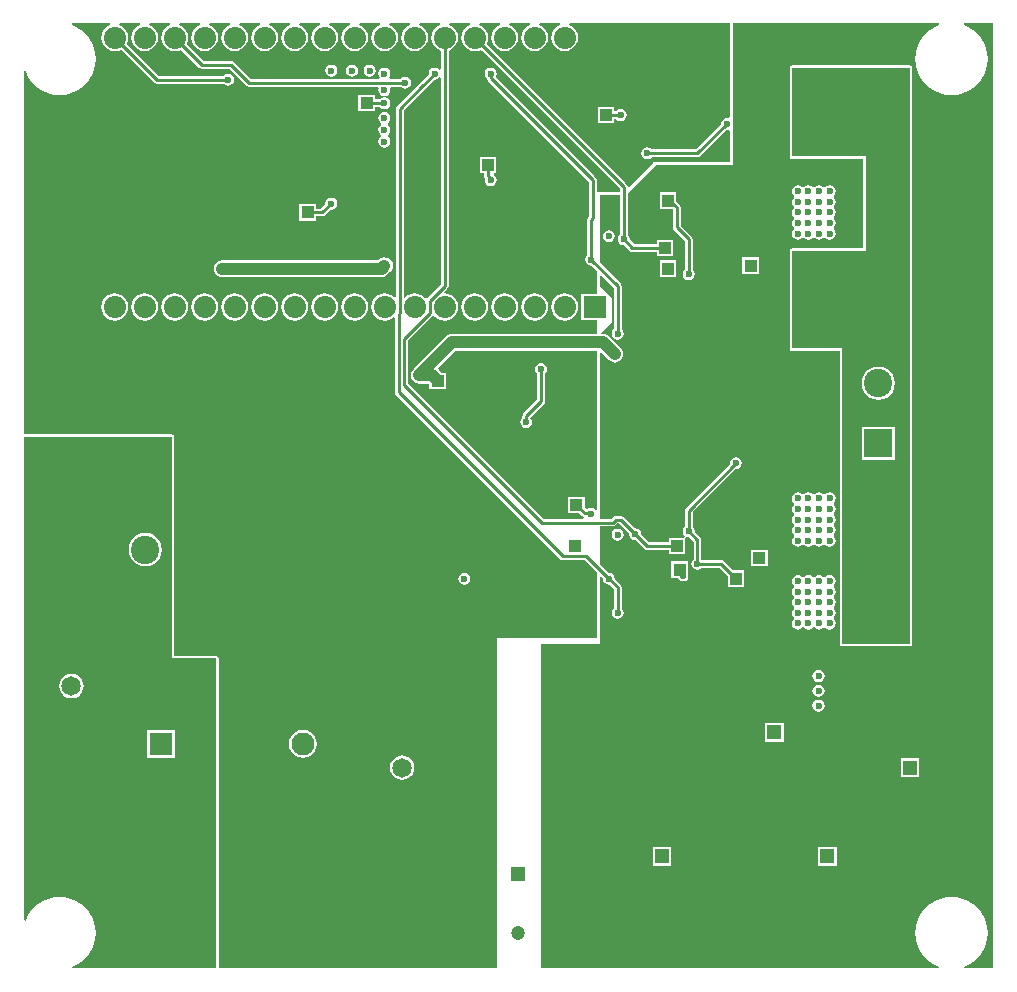
<source format=gbl>
G04*
G04 #@! TF.GenerationSoftware,Altium Limited,Altium Designer,20.1.12 (249)*
G04*
G04 Layer_Physical_Order=4*
G04 Layer_Color=16711680*
%FSLAX44Y44*%
%MOMM*%
G71*
G04*
G04 #@! TF.SameCoordinates,85B36F8B-E135-4E31-A215-2F58F684B550*
G04*
G04*
G04 #@! TF.FilePolarity,Positive*
G04*
G01*
G75*
%ADD95C,0.2540*%
%ADD97C,1.0000*%
%ADD99C,1.8750*%
%ADD100R,1.8750X1.8750*%
%ADD101R,2.4000X2.4000*%
%ADD102C,2.4000*%
%ADD103R,1.2000X1.2000*%
%ADD104C,1.2000*%
G04:AMPARAMS|DCode=105|XSize=1.4mm|YSize=1.4mm|CornerRadius=0.35mm|HoleSize=0mm|Usage=FLASHONLY|Rotation=0.000|XOffset=0mm|YOffset=0mm|HoleType=Round|Shape=RoundedRectangle|*
%AMROUNDEDRECTD105*
21,1,1.4000,0.7000,0,0,0.0*
21,1,0.7000,1.4000,0,0,0.0*
1,1,0.7000,0.3500,-0.3500*
1,1,0.7000,-0.3500,-0.3500*
1,1,0.7000,-0.3500,0.3500*
1,1,0.7000,0.3500,0.3500*
%
%ADD105ROUNDEDRECTD105*%
%ADD106C,1.4000*%
%ADD107R,1.9500X1.9500*%
%ADD108C,1.9500*%
%ADD109C,1.6500*%
%ADD110R,1.2000X1.2000*%
%ADD111C,0.6000*%
%ADD112C,1.0000*%
%ADD123R,1.0000X1.0000*%
%ADD124R,1.0000X1.0000*%
G36*
X597500Y720754D02*
X596230Y719853D01*
X595000Y720098D01*
X593049Y719710D01*
X591395Y718605D01*
X590290Y716951D01*
X589902Y715000D01*
X589966Y714681D01*
X568619Y693334D01*
X531286D01*
X531105Y693605D01*
X529451Y694710D01*
X527500Y695098D01*
X525549Y694710D01*
X523895Y693605D01*
X522790Y691951D01*
X522402Y690000D01*
X522790Y688049D01*
X523895Y686395D01*
X525549Y685290D01*
X527500Y684902D01*
X529451Y685290D01*
X531105Y686395D01*
X531286Y686666D01*
X570000D01*
X571276Y686920D01*
X572357Y687643D01*
X594681Y709966D01*
X595000Y709902D01*
X596230Y710147D01*
X597500Y709246D01*
Y682500D01*
X532500D01*
Y681900D01*
X512006Y661406D01*
X511301Y661698D01*
X510812Y662008D01*
X510579Y663177D01*
X509856Y664259D01*
X391487Y782628D01*
X392482Y785031D01*
X392873Y788000D01*
X392482Y790969D01*
X391336Y793737D01*
X389513Y796113D01*
X387137Y797936D01*
X385220Y798730D01*
X385472Y800000D01*
X402728D01*
X402980Y798730D01*
X401063Y797936D01*
X398687Y796113D01*
X396864Y793737D01*
X395718Y790969D01*
X395327Y788000D01*
X395718Y785031D01*
X396864Y782263D01*
X398687Y779887D01*
X401063Y778064D01*
X403830Y776918D01*
X406800Y776527D01*
X409770Y776918D01*
X412537Y778064D01*
X414913Y779887D01*
X416736Y782263D01*
X417882Y785031D01*
X418273Y788000D01*
X417882Y790969D01*
X416736Y793737D01*
X414913Y796113D01*
X412537Y797936D01*
X410620Y798730D01*
X410872Y800000D01*
X428128D01*
X428380Y798730D01*
X426463Y797936D01*
X424087Y796113D01*
X422264Y793737D01*
X421118Y790969D01*
X420727Y788000D01*
X421118Y785031D01*
X422264Y782263D01*
X424087Y779887D01*
X426463Y778064D01*
X429230Y776918D01*
X432200Y776527D01*
X435169Y776918D01*
X437937Y778064D01*
X440313Y779887D01*
X442136Y782263D01*
X443282Y785031D01*
X443673Y788000D01*
X443282Y790969D01*
X442136Y793737D01*
X440313Y796113D01*
X437937Y797936D01*
X436020Y798730D01*
X436272Y800000D01*
X453528D01*
X453780Y798730D01*
X451863Y797936D01*
X449487Y796113D01*
X447664Y793737D01*
X446518Y790969D01*
X446127Y788000D01*
X446518Y785031D01*
X447664Y782263D01*
X449487Y779887D01*
X451863Y778064D01*
X454631Y776918D01*
X457600Y776527D01*
X460569Y776918D01*
X463337Y778064D01*
X465713Y779887D01*
X467536Y782263D01*
X468682Y785031D01*
X469073Y788000D01*
X468682Y790969D01*
X467536Y793737D01*
X465713Y796113D01*
X463337Y797936D01*
X461420Y798730D01*
X461672Y800000D01*
X597500D01*
Y720754D01*
D02*
G37*
G36*
X352180Y798730D02*
X350263Y797936D01*
X347887Y796113D01*
X346064Y793737D01*
X344918Y790969D01*
X344527Y788000D01*
X344918Y785031D01*
X346064Y782263D01*
X347887Y779887D01*
X350263Y778064D01*
X352666Y777069D01*
Y761054D01*
X351396Y760669D01*
X351105Y761105D01*
X349451Y762210D01*
X347500Y762598D01*
X345549Y762210D01*
X343895Y761105D01*
X342790Y759451D01*
X342402Y757500D01*
X342466Y757181D01*
X334726Y749441D01*
X334726Y749441D01*
X315487Y730202D01*
X314765Y729121D01*
X314511Y727845D01*
Y568520D01*
X313710Y568248D01*
X313241Y568168D01*
X310937Y569936D01*
X308169Y571082D01*
X305200Y571473D01*
X302230Y571082D01*
X299463Y569936D01*
X297087Y568113D01*
X295264Y565737D01*
X294118Y562970D01*
X293727Y560000D01*
X294118Y557030D01*
X295264Y554263D01*
X297087Y551887D01*
X299463Y550064D01*
X302230Y548918D01*
X305200Y548527D01*
X308169Y548918D01*
X310937Y550064D01*
X312586Y551330D01*
X313856Y550703D01*
Y487810D01*
X314110Y486534D01*
X314832Y485452D01*
X453413Y346872D01*
X454494Y346150D01*
X455770Y345896D01*
X474389D01*
X485000Y335285D01*
Y280000D01*
X400000D01*
Y0D01*
X164539D01*
Y262500D01*
X164384Y263280D01*
X163942Y263942D01*
X163280Y264384D01*
X162500Y264539D01*
X127039D01*
Y450000D01*
X126884Y450780D01*
X126442Y451442D01*
X125780Y451884D01*
X125000Y452039D01*
X0D01*
Y759407D01*
X1270Y759660D01*
X2740Y756111D01*
X5249Y752017D01*
X8367Y748367D01*
X12017Y745249D01*
X16111Y742740D01*
X20546Y740903D01*
X25214Y739782D01*
X30000Y739406D01*
X34786Y739782D01*
X39454Y740903D01*
X43889Y742740D01*
X47983Y745249D01*
X51633Y748367D01*
X54751Y752017D01*
X57260Y756111D01*
X59097Y760546D01*
X60218Y765214D01*
X60594Y770000D01*
X60218Y774786D01*
X59097Y779454D01*
X57260Y783889D01*
X54751Y787983D01*
X51633Y791633D01*
X47983Y794751D01*
X43889Y797260D01*
X40340Y798730D01*
X40593Y800000D01*
X72528D01*
X72780Y798730D01*
X70863Y797936D01*
X68487Y796113D01*
X66664Y793737D01*
X65518Y790969D01*
X65127Y788000D01*
X65518Y785031D01*
X66664Y782263D01*
X68487Y779887D01*
X70863Y778064D01*
X73630Y776918D01*
X76600Y776527D01*
X79570Y776918D01*
X81972Y777913D01*
X109742Y750142D01*
X110824Y749420D01*
X112100Y749166D01*
X168714D01*
X168895Y748895D01*
X170549Y747790D01*
X172500Y747402D01*
X174451Y747790D01*
X176105Y748895D01*
X177210Y750549D01*
X177598Y752500D01*
X177210Y754451D01*
X176105Y756105D01*
X174451Y757210D01*
X172500Y757598D01*
X170549Y757210D01*
X168895Y756105D01*
X168714Y755834D01*
X113481D01*
X86687Y782628D01*
X87682Y785031D01*
X88073Y788000D01*
X87682Y790969D01*
X86536Y793737D01*
X84713Y796113D01*
X82337Y797936D01*
X80420Y798730D01*
X80672Y800000D01*
X97928D01*
X98180Y798730D01*
X96263Y797936D01*
X93887Y796113D01*
X92064Y793737D01*
X90918Y790969D01*
X90527Y788000D01*
X90918Y785031D01*
X92064Y782263D01*
X93887Y779887D01*
X96263Y778064D01*
X99031Y776918D01*
X102000Y776527D01*
X104970Y776918D01*
X107737Y778064D01*
X110113Y779887D01*
X111936Y782263D01*
X113082Y785031D01*
X113473Y788000D01*
X113082Y790969D01*
X111936Y793737D01*
X110113Y796113D01*
X107737Y797936D01*
X105820Y798730D01*
X106072Y800000D01*
X123328D01*
X123580Y798730D01*
X121663Y797936D01*
X119287Y796113D01*
X117464Y793737D01*
X116318Y790969D01*
X115927Y788000D01*
X116318Y785031D01*
X117464Y782263D01*
X119287Y779887D01*
X121663Y778064D01*
X124431Y776918D01*
X127400Y776527D01*
X130370Y776918D01*
X132772Y777913D01*
X148042Y762643D01*
X149124Y761920D01*
X150400Y761666D01*
X173619D01*
X187673Y747612D01*
X188754Y746890D01*
X190030Y746636D01*
X299537D01*
X300233Y745366D01*
X299902Y743700D01*
X300290Y741749D01*
X301395Y740095D01*
X303049Y738990D01*
X304269Y738747D01*
Y737452D01*
X303049Y737210D01*
X301395Y736105D01*
X301214Y735834D01*
X297000D01*
Y739500D01*
X283000D01*
Y725500D01*
X297000D01*
Y729166D01*
X301214D01*
X301395Y728895D01*
X303049Y727790D01*
X305000Y727402D01*
X306951Y727790D01*
X308605Y728895D01*
X309710Y730549D01*
X310098Y732500D01*
X309710Y734451D01*
X308605Y736105D01*
X306951Y737210D01*
X305731Y737452D01*
Y738747D01*
X306951Y738990D01*
X308605Y740095D01*
X309710Y741749D01*
X310098Y743700D01*
X309767Y745366D01*
X310463Y746636D01*
X318714D01*
X318895Y746365D01*
X320549Y745260D01*
X322500Y744872D01*
X324451Y745260D01*
X326105Y746365D01*
X327210Y748019D01*
X327598Y749970D01*
X327210Y751921D01*
X326105Y753575D01*
X324451Y754680D01*
X322500Y755068D01*
X320549Y754680D01*
X318895Y753575D01*
X318714Y753304D01*
X309737D01*
X309058Y754574D01*
X309710Y755549D01*
X310098Y757500D01*
X309710Y759451D01*
X308605Y761105D01*
X306951Y762210D01*
X305000Y762598D01*
X303049Y762210D01*
X301395Y761105D01*
X300290Y759451D01*
X299902Y757500D01*
X300290Y755549D01*
X300942Y754574D01*
X300263Y753304D01*
X191411D01*
X177358Y767357D01*
X176276Y768080D01*
X175000Y768334D01*
X151781D01*
X137487Y782628D01*
X138482Y785031D01*
X138873Y788000D01*
X138482Y790969D01*
X137336Y793737D01*
X135513Y796113D01*
X133137Y797936D01*
X131220Y798730D01*
X131472Y800000D01*
X148728D01*
X148980Y798730D01*
X147063Y797936D01*
X144687Y796113D01*
X142864Y793737D01*
X141718Y790969D01*
X141327Y788000D01*
X141718Y785031D01*
X142864Y782263D01*
X144687Y779887D01*
X147063Y778064D01*
X149831Y776918D01*
X152800Y776527D01*
X155770Y776918D01*
X158537Y778064D01*
X160913Y779887D01*
X162736Y782263D01*
X163882Y785031D01*
X164273Y788000D01*
X163882Y790969D01*
X162736Y793737D01*
X160913Y796113D01*
X158537Y797936D01*
X156620Y798730D01*
X156872Y800000D01*
X174128D01*
X174380Y798730D01*
X172463Y797936D01*
X170087Y796113D01*
X168264Y793737D01*
X167118Y790969D01*
X166727Y788000D01*
X167118Y785031D01*
X168264Y782263D01*
X170087Y779887D01*
X172463Y778064D01*
X175231Y776918D01*
X178200Y776527D01*
X181169Y776918D01*
X183937Y778064D01*
X186313Y779887D01*
X188136Y782263D01*
X189282Y785031D01*
X189673Y788000D01*
X189282Y790969D01*
X188136Y793737D01*
X186313Y796113D01*
X183937Y797936D01*
X182020Y798730D01*
X182272Y800000D01*
X199528D01*
X199780Y798730D01*
X197863Y797936D01*
X195487Y796113D01*
X193664Y793737D01*
X192518Y790969D01*
X192127Y788000D01*
X192518Y785031D01*
X193664Y782263D01*
X195487Y779887D01*
X197863Y778064D01*
X200630Y776918D01*
X203600Y776527D01*
X206569Y776918D01*
X209337Y778064D01*
X211713Y779887D01*
X213536Y782263D01*
X214682Y785031D01*
X215073Y788000D01*
X214682Y790969D01*
X213536Y793737D01*
X211713Y796113D01*
X209337Y797936D01*
X207420Y798730D01*
X207672Y800000D01*
X224928D01*
X225180Y798730D01*
X223263Y797936D01*
X220887Y796113D01*
X219064Y793737D01*
X217918Y790969D01*
X217527Y788000D01*
X217918Y785031D01*
X219064Y782263D01*
X220887Y779887D01*
X223263Y778064D01*
X226031Y776918D01*
X229000Y776527D01*
X231970Y776918D01*
X234737Y778064D01*
X237113Y779887D01*
X238936Y782263D01*
X240082Y785031D01*
X240473Y788000D01*
X240082Y790969D01*
X238936Y793737D01*
X237113Y796113D01*
X234737Y797936D01*
X232820Y798730D01*
X233072Y800000D01*
X250328D01*
X250580Y798730D01*
X248663Y797936D01*
X246287Y796113D01*
X244464Y793737D01*
X243318Y790969D01*
X242927Y788000D01*
X243318Y785031D01*
X244464Y782263D01*
X246287Y779887D01*
X248663Y778064D01*
X251430Y776918D01*
X254400Y776527D01*
X257369Y776918D01*
X260137Y778064D01*
X262513Y779887D01*
X264336Y782263D01*
X265482Y785031D01*
X265873Y788000D01*
X265482Y790969D01*
X264336Y793737D01*
X262513Y796113D01*
X260137Y797936D01*
X258220Y798730D01*
X258472Y800000D01*
X275728D01*
X275980Y798730D01*
X274063Y797936D01*
X271687Y796113D01*
X269864Y793737D01*
X268718Y790969D01*
X268327Y788000D01*
X268718Y785031D01*
X269864Y782263D01*
X271687Y779887D01*
X274063Y778064D01*
X276831Y776918D01*
X279800Y776527D01*
X282770Y776918D01*
X285537Y778064D01*
X287913Y779887D01*
X289736Y782263D01*
X290882Y785031D01*
X291273Y788000D01*
X290882Y790969D01*
X289736Y793737D01*
X287913Y796113D01*
X285537Y797936D01*
X283620Y798730D01*
X283872Y800000D01*
X301128D01*
X301380Y798730D01*
X299463Y797936D01*
X297087Y796113D01*
X295264Y793737D01*
X294118Y790969D01*
X293727Y788000D01*
X294118Y785031D01*
X295264Y782263D01*
X297087Y779887D01*
X299463Y778064D01*
X302230Y776918D01*
X305200Y776527D01*
X308169Y776918D01*
X310937Y778064D01*
X313313Y779887D01*
X315136Y782263D01*
X316282Y785031D01*
X316673Y788000D01*
X316282Y790969D01*
X315136Y793737D01*
X313313Y796113D01*
X310937Y797936D01*
X309020Y798730D01*
X309272Y800000D01*
X326528D01*
X326780Y798730D01*
X324863Y797936D01*
X322487Y796113D01*
X320664Y793737D01*
X319518Y790969D01*
X319127Y788000D01*
X319518Y785031D01*
X320664Y782263D01*
X322487Y779887D01*
X324863Y778064D01*
X327631Y776918D01*
X330600Y776527D01*
X333569Y776918D01*
X336337Y778064D01*
X338713Y779887D01*
X340536Y782263D01*
X341682Y785031D01*
X342073Y788000D01*
X341682Y790969D01*
X340536Y793737D01*
X338713Y796113D01*
X336337Y797936D01*
X334420Y798730D01*
X334672Y800000D01*
X351928D01*
X352180Y798730D01*
D02*
G37*
G36*
X352666Y753946D02*
Y579264D01*
X340887Y567485D01*
X340844Y567421D01*
X339283Y567370D01*
X338713Y568113D01*
X336337Y569936D01*
X333569Y571082D01*
X330600Y571473D01*
X327631Y571082D01*
X324863Y569936D01*
X322487Y568113D01*
X322382Y567975D01*
X321179Y568383D01*
Y726464D01*
X339441Y744726D01*
X339441Y744726D01*
X347181Y752466D01*
X347500Y752402D01*
X349451Y752790D01*
X351105Y753895D01*
X351396Y754331D01*
X352666Y753946D01*
D02*
G37*
G36*
X820000Y0D02*
X795593D01*
X795340Y1270D01*
X798889Y2740D01*
X802983Y5249D01*
X806633Y8367D01*
X809751Y12017D01*
X812260Y16111D01*
X814097Y20546D01*
X815218Y25214D01*
X815594Y30000D01*
X815218Y34786D01*
X814097Y39454D01*
X812260Y43889D01*
X809751Y47983D01*
X806633Y51633D01*
X802983Y54751D01*
X798889Y57260D01*
X794454Y59097D01*
X789786Y60218D01*
X785000Y60594D01*
X780214Y60218D01*
X775546Y59097D01*
X771111Y57260D01*
X767017Y54751D01*
X763367Y51633D01*
X760249Y47983D01*
X757740Y43889D01*
X755903Y39454D01*
X754782Y34786D01*
X754406Y30000D01*
X754782Y25214D01*
X755903Y20546D01*
X757740Y16111D01*
X760249Y12017D01*
X763367Y8367D01*
X767017Y5249D01*
X771111Y2740D01*
X774660Y1270D01*
X774407Y0D01*
X437500D01*
Y275000D01*
X487500D01*
Y331126D01*
X488673Y331612D01*
X489966Y330319D01*
X489902Y330000D01*
X490290Y328049D01*
X491395Y326395D01*
X493049Y325290D01*
X495000Y324902D01*
X495319Y324966D01*
X499166Y321119D01*
Y304848D01*
X498895Y304668D01*
X497790Y303014D01*
X497402Y301063D01*
X497790Y299112D01*
X498895Y297458D01*
X500549Y296353D01*
X502500Y295965D01*
X504451Y296353D01*
X506105Y297458D01*
X507210Y299112D01*
X507598Y301063D01*
X507210Y303014D01*
X506105Y304668D01*
X505834Y304848D01*
Y322500D01*
X505580Y323776D01*
X504857Y324857D01*
X500034Y329681D01*
X500098Y330000D01*
X499710Y331951D01*
X498605Y333605D01*
X496951Y334710D01*
X495000Y335098D01*
X494681Y335034D01*
X487500Y342215D01*
Y374166D01*
X498164D01*
X499440Y374420D01*
X500521Y375143D01*
X502045Y376666D01*
X503619D01*
X512466Y367819D01*
X512402Y367500D01*
X512790Y365549D01*
X513895Y363895D01*
X515549Y362790D01*
X517500Y362402D01*
X517819Y362466D01*
X525143Y355143D01*
X526224Y354420D01*
X527500Y354166D01*
X545500D01*
Y350500D01*
X559500D01*
Y363252D01*
X559500Y363256D01*
X559500Y363257D01*
X559500Y363523D01*
X559641Y364608D01*
X559746Y364716D01*
X559954Y364865D01*
X560693Y365261D01*
X562500Y364902D01*
X562819Y364966D01*
X566666Y361119D01*
Y346286D01*
X566395Y346105D01*
X565290Y344451D01*
X564902Y342500D01*
X565290Y340549D01*
X566395Y338895D01*
X568049Y337790D01*
X570000Y337402D01*
X571951Y337790D01*
X573605Y338895D01*
X573786Y339166D01*
X588619D01*
X595500Y332285D01*
Y323000D01*
X609500D01*
Y337000D01*
X600215D01*
X592357Y344857D01*
X591276Y345580D01*
X590000Y345834D01*
X573786D01*
X573605Y346105D01*
X573334Y346286D01*
Y362500D01*
X573080Y363776D01*
X572357Y364857D01*
X567534Y369681D01*
X567598Y370000D01*
X567210Y371951D01*
X566105Y373605D01*
X565834Y373786D01*
Y386119D01*
X602181Y422466D01*
X602500Y422402D01*
X604451Y422790D01*
X606105Y423895D01*
X607210Y425549D01*
X607598Y427500D01*
X607210Y429451D01*
X606105Y431105D01*
X604451Y432210D01*
X602500Y432598D01*
X600549Y432210D01*
X598895Y431105D01*
X597790Y429451D01*
X597402Y427500D01*
X597466Y427181D01*
X560143Y389857D01*
X559420Y388776D01*
X559166Y387500D01*
Y373786D01*
X558895Y373605D01*
X557790Y371951D01*
X557402Y370000D01*
X557790Y368049D01*
X558895Y366395D01*
X559534Y365968D01*
X559557Y365724D01*
X558434Y364500D01*
X558251Y364500D01*
X558251Y364500D01*
X558245Y364500D01*
X545500D01*
Y360834D01*
X528881D01*
X522534Y367181D01*
X522598Y367500D01*
X522210Y369451D01*
X521105Y371105D01*
X519451Y372210D01*
X517500Y372598D01*
X517181Y372534D01*
X507357Y382357D01*
X506276Y383080D01*
X505000Y383334D01*
X500664D01*
X499388Y383080D01*
X498306Y382357D01*
X496783Y380834D01*
X487500D01*
Y520856D01*
X488673Y521342D01*
X495008Y515008D01*
X496470Y513885D01*
X498173Y513180D01*
X500000Y512940D01*
X501827Y513180D01*
X503530Y513885D01*
X504992Y515008D01*
X506115Y516470D01*
X506820Y518173D01*
X507060Y520000D01*
X506820Y521827D01*
X506115Y523530D01*
X504992Y524992D01*
X494992Y534992D01*
X493530Y536115D01*
X491827Y536820D01*
X490000Y537060D01*
X488857D01*
X488330Y538330D01*
X497500Y547500D01*
Y567500D01*
X497500D01*
X494375Y570625D01*
Y571375D01*
X493625D01*
X487500Y577500D01*
Y586126D01*
X488673Y586612D01*
X499166Y576119D01*
Y541286D01*
X498895Y541105D01*
X497790Y539451D01*
X497402Y537500D01*
X497790Y535549D01*
X498895Y533895D01*
X500549Y532790D01*
X502500Y532402D01*
X504451Y532790D01*
X506105Y533895D01*
X507210Y535549D01*
X507598Y537500D01*
X507210Y539451D01*
X506105Y541105D01*
X505834Y541286D01*
Y577500D01*
X505580Y578776D01*
X504858Y579857D01*
X487500Y597215D01*
Y655000D01*
X504165D01*
Y621284D01*
X503894Y621104D01*
X502789Y619450D01*
X502401Y617499D01*
X502789Y615548D01*
X503894Y613894D01*
X505548Y612789D01*
X507499Y612401D01*
X507820Y612465D01*
X512643Y607643D01*
X513724Y606920D01*
X515000Y606666D01*
X535500D01*
Y603000D01*
X549500D01*
Y617000D01*
X535500D01*
Y613334D01*
X516381D01*
X512534Y617181D01*
X512597Y617499D01*
X512209Y619450D01*
X511104Y621104D01*
X510833Y621284D01*
Y655833D01*
X535000Y680000D01*
X600000D01*
Y714508D01*
X600098Y715000D01*
X600000Y715492D01*
Y800000D01*
X774407D01*
X774660Y798730D01*
X771111Y797260D01*
X767017Y794751D01*
X763367Y791633D01*
X760249Y787983D01*
X757740Y783889D01*
X755903Y779454D01*
X754782Y774786D01*
X754406Y770000D01*
X754782Y765214D01*
X755903Y760546D01*
X757740Y756111D01*
X760249Y752017D01*
X763367Y748367D01*
X767017Y745249D01*
X771111Y742740D01*
X775546Y740903D01*
X780214Y739782D01*
X785000Y739406D01*
X789786Y739782D01*
X794454Y740903D01*
X798889Y742740D01*
X802983Y745249D01*
X806633Y748367D01*
X809751Y752017D01*
X812260Y756111D01*
X814097Y760546D01*
X815218Y765214D01*
X815594Y770000D01*
X815218Y774786D01*
X814097Y779454D01*
X812260Y783889D01*
X809751Y787983D01*
X806633Y791633D01*
X802983Y794751D01*
X798889Y797260D01*
X795340Y798730D01*
X795593Y800000D01*
X820000D01*
Y0D01*
D02*
G37*
G36*
X377580Y798730D02*
X375663Y797936D01*
X373287Y796113D01*
X371464Y793737D01*
X370318Y790969D01*
X369927Y788000D01*
X370318Y785031D01*
X371464Y782263D01*
X373287Y779887D01*
X375663Y778064D01*
X378430Y776918D01*
X381400Y776527D01*
X384370Y776918D01*
X386772Y777913D01*
X504165Y660520D01*
Y657500D01*
X485000D01*
X484604Y658606D01*
Y667597D01*
X484350Y668873D01*
X483628Y669955D01*
X399038Y754544D01*
X399710Y755549D01*
X400098Y757500D01*
X399710Y759451D01*
X398605Y761105D01*
X396951Y762210D01*
X395000Y762598D01*
X393049Y762210D01*
X391395Y761105D01*
X390290Y759451D01*
X389902Y757500D01*
X390290Y755549D01*
X391395Y753895D01*
X391701Y753691D01*
X391920Y752591D01*
X392643Y751509D01*
X477936Y666216D01*
Y636283D01*
X477643Y635989D01*
X476920Y634908D01*
X476666Y633632D01*
Y603786D01*
X476395Y603605D01*
X475290Y601951D01*
X474902Y600000D01*
X475290Y598049D01*
X476395Y596395D01*
X478049Y595290D01*
X480000Y594902D01*
X480319Y594966D01*
X485000Y590285D01*
Y571375D01*
X471625D01*
Y548625D01*
X485000D01*
Y537060D01*
X362500D01*
X360673Y536820D01*
X358970Y536115D01*
X357508Y534992D01*
X329605Y507090D01*
X328483Y505628D01*
X327778Y503925D01*
X327537Y502098D01*
X327778Y500270D01*
X328483Y498568D01*
X329605Y497105D01*
X331068Y495983D01*
X332770Y495278D01*
X334598Y495037D01*
X342478D01*
X343000Y494515D01*
Y490500D01*
X349541D01*
X350000Y490440D01*
X350459Y490500D01*
X357000D01*
Y497041D01*
X357060Y497500D01*
X357000Y497959D01*
Y504500D01*
X352985D01*
X350883Y506602D01*
X350713Y508228D01*
X365424Y522940D01*
X485000D01*
Y388803D01*
X483730Y388417D01*
X483605Y388605D01*
X481951Y389710D01*
X480000Y390098D01*
X478049Y389710D01*
X476395Y388605D01*
X475378Y389337D01*
X474500Y390215D01*
Y399500D01*
X460500D01*
Y385500D01*
X469785D01*
X472465Y382820D01*
X473546Y382098D01*
X473389Y380834D01*
X439685D01*
X325064Y495455D01*
Y531866D01*
X345602Y552405D01*
X345736Y552605D01*
X347298Y552656D01*
X347887Y551887D01*
X350263Y550064D01*
X353031Y548918D01*
X356000Y548527D01*
X358969Y548918D01*
X361737Y550064D01*
X364113Y551887D01*
X365936Y554263D01*
X367082Y557030D01*
X367473Y560000D01*
X367082Y562970D01*
X365936Y565737D01*
X364113Y568113D01*
X361737Y569936D01*
X358969Y571082D01*
X356090Y571461D01*
X355814Y571850D01*
X355440Y572608D01*
X358358Y575525D01*
X359080Y576607D01*
X359334Y577883D01*
Y777069D01*
X361737Y778064D01*
X364113Y779887D01*
X365936Y782263D01*
X367082Y785031D01*
X367473Y788000D01*
X367082Y790969D01*
X365936Y793737D01*
X364113Y796113D01*
X361737Y797936D01*
X359820Y798730D01*
X360072Y800000D01*
X377328D01*
X377580Y798730D01*
D02*
G37*
G36*
X125000Y262500D02*
X162500D01*
Y0D01*
X40593D01*
X40340Y1270D01*
X43889Y2740D01*
X47983Y5249D01*
X51633Y8367D01*
X54751Y12017D01*
X57260Y16111D01*
X59097Y20546D01*
X60218Y25214D01*
X60594Y30000D01*
X60218Y34786D01*
X59097Y39454D01*
X57260Y43889D01*
X54751Y47983D01*
X51633Y51633D01*
X47983Y54751D01*
X43889Y57260D01*
X39454Y59097D01*
X34786Y60218D01*
X30000Y60594D01*
X25214Y60218D01*
X20546Y59097D01*
X16111Y57260D01*
X12017Y54751D01*
X8367Y51633D01*
X5249Y47983D01*
X2740Y43889D01*
X1270Y40340D01*
X0Y40593D01*
Y450000D01*
X125000D01*
Y262500D01*
D02*
G37*
%LPC*%
G36*
X499500Y729500D02*
X485500D01*
Y715500D01*
X499500D01*
Y719166D01*
X501214D01*
X501395Y718895D01*
X503049Y717790D01*
X505000Y717402D01*
X506951Y717790D01*
X508605Y718895D01*
X509710Y720549D01*
X510098Y722500D01*
X509710Y724451D01*
X508605Y726105D01*
X506951Y727210D01*
X505000Y727598D01*
X503049Y727210D01*
X501395Y726105D01*
X501214Y725834D01*
X499500D01*
Y729500D01*
D02*
G37*
G36*
X292500Y765098D02*
X290549Y764710D01*
X288895Y763605D01*
X287790Y761951D01*
X287402Y760000D01*
X287790Y758049D01*
X288895Y756395D01*
X290549Y755290D01*
X292500Y754902D01*
X294451Y755290D01*
X296105Y756395D01*
X297210Y758049D01*
X297598Y760000D01*
X297210Y761951D01*
X296105Y763605D01*
X294451Y764710D01*
X292500Y765098D01*
D02*
G37*
G36*
X277500D02*
X275549Y764710D01*
X273895Y763605D01*
X272790Y761951D01*
X272402Y760000D01*
X272790Y758049D01*
X273895Y756395D01*
X275549Y755290D01*
X277500Y754902D01*
X279451Y755290D01*
X281105Y756395D01*
X282210Y758049D01*
X282598Y760000D01*
X282210Y761951D01*
X281105Y763605D01*
X279451Y764710D01*
X277500Y765098D01*
D02*
G37*
G36*
X260000D02*
X258049Y764710D01*
X256395Y763605D01*
X255290Y761951D01*
X254902Y760000D01*
X255290Y758049D01*
X256395Y756395D01*
X258049Y755290D01*
X260000Y754902D01*
X261951Y755290D01*
X263605Y756395D01*
X264710Y758049D01*
X265098Y760000D01*
X264710Y761951D01*
X263605Y763605D01*
X261951Y764710D01*
X260000Y765098D01*
D02*
G37*
G36*
X305000Y725098D02*
X303049Y724710D01*
X301395Y723605D01*
X300290Y721951D01*
X299902Y720000D01*
X300290Y718049D01*
X301395Y716395D01*
X302340Y715764D01*
Y714236D01*
X301395Y713605D01*
X300290Y711951D01*
X299902Y710000D01*
X300290Y708049D01*
X301395Y706395D01*
X302340Y705764D01*
Y704236D01*
X301395Y703605D01*
X300290Y701951D01*
X299902Y700000D01*
X300290Y698049D01*
X301395Y696395D01*
X303049Y695290D01*
X305000Y694902D01*
X306951Y695290D01*
X308605Y696395D01*
X309710Y698049D01*
X310098Y700000D01*
X309710Y701951D01*
X308605Y703605D01*
X307660Y704236D01*
Y705764D01*
X308605Y706395D01*
X309710Y708049D01*
X310098Y710000D01*
X309710Y711951D01*
X308605Y713605D01*
X307660Y714236D01*
Y715764D01*
X308605Y716395D01*
X309710Y718049D01*
X310098Y720000D01*
X309710Y721951D01*
X308605Y723605D01*
X306951Y724710D01*
X305000Y725098D01*
D02*
G37*
G36*
X260000Y652598D02*
X258049Y652210D01*
X256395Y651105D01*
X255290Y649451D01*
X254902Y647500D01*
X254966Y647181D01*
X251119Y643334D01*
X247000D01*
Y647000D01*
X233000D01*
Y633000D01*
X247000D01*
Y636666D01*
X252500D01*
X253776Y636920D01*
X254858Y637643D01*
X259681Y642466D01*
X260000Y642402D01*
X261951Y642790D01*
X263605Y643895D01*
X264710Y645549D01*
X265098Y647500D01*
X264710Y649451D01*
X263605Y651105D01*
X261951Y652210D01*
X260000Y652598D01*
D02*
G37*
G36*
X305000Y602060D02*
X303173Y601820D01*
X301470Y601115D01*
X300008Y599992D01*
X299576Y599560D01*
X167500D01*
X165673Y599320D01*
X163970Y598615D01*
X162507Y597492D01*
X161385Y596030D01*
X160680Y594327D01*
X160440Y592500D01*
X160680Y590673D01*
X161385Y588970D01*
X162507Y587508D01*
X163970Y586385D01*
X165673Y585680D01*
X167500Y585440D01*
X302500D01*
X304327Y585680D01*
X306030Y586385D01*
X307493Y587508D01*
X309992Y590008D01*
X311115Y591470D01*
X311820Y593173D01*
X312060Y595000D01*
X311820Y596827D01*
X311115Y598530D01*
X309992Y599992D01*
X308530Y601115D01*
X306827Y601820D01*
X305000Y602060D01*
D02*
G37*
G36*
X279800Y571473D02*
X276831Y571082D01*
X274063Y569936D01*
X271687Y568113D01*
X269864Y565737D01*
X268718Y562970D01*
X268327Y560000D01*
X268718Y557030D01*
X269864Y554263D01*
X271687Y551887D01*
X274063Y550064D01*
X276831Y548918D01*
X279800Y548527D01*
X282770Y548918D01*
X285537Y550064D01*
X287913Y551887D01*
X289736Y554263D01*
X290882Y557030D01*
X291273Y560000D01*
X290882Y562970D01*
X289736Y565737D01*
X287913Y568113D01*
X285537Y569936D01*
X282770Y571082D01*
X279800Y571473D01*
D02*
G37*
G36*
X254400D02*
X251430Y571082D01*
X248663Y569936D01*
X246287Y568113D01*
X244464Y565737D01*
X243318Y562970D01*
X242927Y560000D01*
X243318Y557030D01*
X244464Y554263D01*
X246287Y551887D01*
X248663Y550064D01*
X251430Y548918D01*
X254400Y548527D01*
X257369Y548918D01*
X260137Y550064D01*
X262513Y551887D01*
X264336Y554263D01*
X265482Y557030D01*
X265873Y560000D01*
X265482Y562970D01*
X264336Y565737D01*
X262513Y568113D01*
X260137Y569936D01*
X257369Y571082D01*
X254400Y571473D01*
D02*
G37*
G36*
X229000D02*
X226031Y571082D01*
X223263Y569936D01*
X220887Y568113D01*
X219064Y565737D01*
X217918Y562970D01*
X217527Y560000D01*
X217918Y557030D01*
X219064Y554263D01*
X220887Y551887D01*
X223263Y550064D01*
X226031Y548918D01*
X229000Y548527D01*
X231970Y548918D01*
X234737Y550064D01*
X237113Y551887D01*
X238936Y554263D01*
X240082Y557030D01*
X240473Y560000D01*
X240082Y562970D01*
X238936Y565737D01*
X237113Y568113D01*
X234737Y569936D01*
X231970Y571082D01*
X229000Y571473D01*
D02*
G37*
G36*
X203600D02*
X200630Y571082D01*
X197863Y569936D01*
X195487Y568113D01*
X193664Y565737D01*
X192518Y562970D01*
X192127Y560000D01*
X192518Y557030D01*
X193664Y554263D01*
X195487Y551887D01*
X197863Y550064D01*
X200630Y548918D01*
X203600Y548527D01*
X206569Y548918D01*
X209337Y550064D01*
X211713Y551887D01*
X213536Y554263D01*
X214682Y557030D01*
X215073Y560000D01*
X214682Y562970D01*
X213536Y565737D01*
X211713Y568113D01*
X209337Y569936D01*
X206569Y571082D01*
X203600Y571473D01*
D02*
G37*
G36*
X178200D02*
X175231Y571082D01*
X172463Y569936D01*
X170087Y568113D01*
X168264Y565737D01*
X167118Y562970D01*
X166727Y560000D01*
X167118Y557030D01*
X168264Y554263D01*
X170087Y551887D01*
X172463Y550064D01*
X175231Y548918D01*
X178200Y548527D01*
X181169Y548918D01*
X183937Y550064D01*
X186313Y551887D01*
X188136Y554263D01*
X189282Y557030D01*
X189673Y560000D01*
X189282Y562970D01*
X188136Y565737D01*
X186313Y568113D01*
X183937Y569936D01*
X181169Y571082D01*
X178200Y571473D01*
D02*
G37*
G36*
X152800D02*
X149831Y571082D01*
X147063Y569936D01*
X144687Y568113D01*
X142864Y565737D01*
X141718Y562970D01*
X141327Y560000D01*
X141718Y557030D01*
X142864Y554263D01*
X144687Y551887D01*
X147063Y550064D01*
X149831Y548918D01*
X152800Y548527D01*
X155770Y548918D01*
X158537Y550064D01*
X160913Y551887D01*
X162736Y554263D01*
X163882Y557030D01*
X164273Y560000D01*
X163882Y562970D01*
X162736Y565737D01*
X160913Y568113D01*
X158537Y569936D01*
X155770Y571082D01*
X152800Y571473D01*
D02*
G37*
G36*
X127400D02*
X124431Y571082D01*
X121663Y569936D01*
X119287Y568113D01*
X117464Y565737D01*
X116318Y562970D01*
X115927Y560000D01*
X116318Y557030D01*
X117464Y554263D01*
X119287Y551887D01*
X121663Y550064D01*
X124431Y548918D01*
X127400Y548527D01*
X130370Y548918D01*
X133137Y550064D01*
X135513Y551887D01*
X137336Y554263D01*
X138482Y557030D01*
X138873Y560000D01*
X138482Y562970D01*
X137336Y565737D01*
X135513Y568113D01*
X133137Y569936D01*
X130370Y571082D01*
X127400Y571473D01*
D02*
G37*
G36*
X102000D02*
X99031Y571082D01*
X96263Y569936D01*
X93887Y568113D01*
X92064Y565737D01*
X90918Y562970D01*
X90527Y560000D01*
X90918Y557030D01*
X92064Y554263D01*
X93887Y551887D01*
X96263Y550064D01*
X99031Y548918D01*
X102000Y548527D01*
X104970Y548918D01*
X107737Y550064D01*
X110113Y551887D01*
X111936Y554263D01*
X113082Y557030D01*
X113473Y560000D01*
X113082Y562970D01*
X111936Y565737D01*
X110113Y568113D01*
X107737Y569936D01*
X104970Y571082D01*
X102000Y571473D01*
D02*
G37*
G36*
X76600D02*
X73630Y571082D01*
X70863Y569936D01*
X68487Y568113D01*
X66664Y565737D01*
X65518Y562970D01*
X65127Y560000D01*
X65518Y557030D01*
X66664Y554263D01*
X68487Y551887D01*
X70863Y550064D01*
X73630Y548918D01*
X76600Y548527D01*
X79570Y548918D01*
X82337Y550064D01*
X84713Y551887D01*
X86536Y554263D01*
X87682Y557030D01*
X88073Y560000D01*
X87682Y562970D01*
X86536Y565737D01*
X84713Y568113D01*
X82337Y569936D01*
X79570Y571082D01*
X76600Y571473D01*
D02*
G37*
G36*
X372750Y334848D02*
X370799Y334460D01*
X369145Y333355D01*
X368040Y331701D01*
X367652Y329750D01*
X368040Y327799D01*
X369145Y326145D01*
X370799Y325040D01*
X372750Y324652D01*
X374701Y325040D01*
X376355Y326145D01*
X377460Y327799D01*
X377848Y329750D01*
X377460Y331701D01*
X376355Y333355D01*
X374701Y334460D01*
X372750Y334848D01*
D02*
G37*
G36*
X236000Y201851D02*
X232933Y201448D01*
X230074Y200264D01*
X227620Y198380D01*
X225736Y195926D01*
X224552Y193067D01*
X224149Y190000D01*
X224552Y186933D01*
X225736Y184074D01*
X227620Y181620D01*
X230074Y179736D01*
X232933Y178552D01*
X236000Y178149D01*
X239067Y178552D01*
X241926Y179736D01*
X244380Y181620D01*
X246264Y184074D01*
X247447Y186933D01*
X247851Y190000D01*
X247447Y193067D01*
X246264Y195926D01*
X244380Y198380D01*
X241926Y200264D01*
X239067Y201448D01*
X236000Y201851D01*
D02*
G37*
G36*
X320000Y180338D02*
X317324Y179986D01*
X314831Y178953D01*
X312690Y177310D01*
X311047Y175169D01*
X310014Y172676D01*
X309662Y170000D01*
X310014Y167324D01*
X311047Y164831D01*
X312690Y162690D01*
X314831Y161047D01*
X317324Y160014D01*
X320000Y159662D01*
X322676Y160014D01*
X325169Y161047D01*
X327310Y162690D01*
X328953Y164831D01*
X329986Y167324D01*
X330338Y170000D01*
X329986Y172676D01*
X328953Y175169D01*
X327310Y177310D01*
X325169Y178953D01*
X322676Y179986D01*
X320000Y180338D01*
D02*
G37*
G36*
X682000Y663098D02*
X680049Y662710D01*
X678395Y661605D01*
X678135Y661215D01*
X676865D01*
X676605Y661605D01*
X674951Y662710D01*
X673000Y663098D01*
X671049Y662710D01*
X669395Y661605D01*
X669135Y661215D01*
X667865D01*
X667605Y661605D01*
X665951Y662710D01*
X664000Y663098D01*
X662049Y662710D01*
X660395Y661605D01*
X660135Y661215D01*
X658865D01*
X658605Y661605D01*
X656951Y662710D01*
X655000Y663098D01*
X653049Y662710D01*
X651395Y661605D01*
X650290Y659951D01*
X649902Y658000D01*
X650290Y656049D01*
X651395Y654395D01*
X651785Y654135D01*
Y652865D01*
X651395Y652605D01*
X650290Y650951D01*
X649902Y649000D01*
X650290Y647049D01*
X651395Y645395D01*
X651785Y645135D01*
Y643865D01*
X651395Y643605D01*
X650290Y641951D01*
X649902Y640000D01*
X650290Y638049D01*
X651395Y636395D01*
X651785Y636135D01*
Y634865D01*
X651395Y634605D01*
X650290Y632951D01*
X649902Y631000D01*
X650290Y629049D01*
X651395Y627395D01*
X651785Y627135D01*
Y625865D01*
X651395Y625605D01*
X650290Y623951D01*
X649902Y622000D01*
X650290Y620049D01*
X651395Y618395D01*
X653049Y617290D01*
X655000Y616902D01*
X656951Y617290D01*
X658605Y618395D01*
X658865Y618785D01*
X660135D01*
X660395Y618395D01*
X662049Y617290D01*
X664000Y616902D01*
X665951Y617290D01*
X667605Y618395D01*
X667865Y618785D01*
X669135D01*
X669395Y618395D01*
X671049Y617290D01*
X673000Y616902D01*
X674951Y617290D01*
X676605Y618395D01*
X676865Y618785D01*
X678135D01*
X678395Y618395D01*
X680049Y617290D01*
X682000Y616902D01*
X683951Y617290D01*
X685605Y618395D01*
X686710Y620049D01*
X687098Y622000D01*
X686710Y623951D01*
X685605Y625605D01*
X685215Y625865D01*
Y627135D01*
X685605Y627395D01*
X686710Y629049D01*
X687098Y631000D01*
X686710Y632951D01*
X685605Y634605D01*
X685215Y634865D01*
Y636135D01*
X685605Y636395D01*
X686710Y638049D01*
X687098Y640000D01*
X686710Y641951D01*
X685605Y643605D01*
X685215Y643865D01*
Y645135D01*
X685605Y645395D01*
X686710Y647049D01*
X687098Y649000D01*
X686710Y650951D01*
X685605Y652605D01*
X685215Y652865D01*
Y654135D01*
X685605Y654395D01*
X686710Y656049D01*
X687098Y658000D01*
X686710Y659951D01*
X685605Y661605D01*
X683951Y662710D01*
X682000Y663098D01*
D02*
G37*
G36*
X495000Y625098D02*
X493049Y624710D01*
X491395Y623605D01*
X490290Y621951D01*
X489902Y620000D01*
X490290Y618049D01*
X491395Y616395D01*
X493049Y615290D01*
X495000Y614902D01*
X496951Y615290D01*
X498605Y616395D01*
X499710Y618049D01*
X500098Y620000D01*
X499710Y621951D01*
X498605Y623605D01*
X496951Y624710D01*
X495000Y625098D01*
D02*
G37*
G36*
X622000Y602000D02*
X608000D01*
Y588000D01*
X622000D01*
Y602000D01*
D02*
G37*
G36*
X552000Y599500D02*
X538000D01*
Y585500D01*
X552000D01*
Y599500D01*
D02*
G37*
G36*
Y657000D02*
X538000D01*
Y643000D01*
X549160D01*
X549166Y642994D01*
Y627500D01*
X549420Y626224D01*
X550143Y625143D01*
X559166Y616119D01*
Y591286D01*
X558895Y591105D01*
X557790Y589451D01*
X557402Y587500D01*
X557790Y585549D01*
X558895Y583895D01*
X560549Y582790D01*
X562500Y582402D01*
X564451Y582790D01*
X566105Y583895D01*
X567210Y585549D01*
X567598Y587500D01*
X567210Y589451D01*
X566105Y591105D01*
X565834Y591286D01*
Y617500D01*
X565580Y618776D01*
X564857Y619857D01*
X555834Y628881D01*
Y644375D01*
X555580Y645651D01*
X554857Y646732D01*
X552000Y649590D01*
Y657000D01*
D02*
G37*
G36*
X682000Y403098D02*
X680049Y402710D01*
X678395Y401605D01*
X678135Y401215D01*
X676865D01*
X676605Y401605D01*
X674951Y402710D01*
X673000Y403098D01*
X671049Y402710D01*
X669395Y401605D01*
X669135Y401215D01*
X667865D01*
X667605Y401605D01*
X665951Y402710D01*
X664000Y403098D01*
X662049Y402710D01*
X660395Y401605D01*
X660135Y401215D01*
X658865D01*
X658605Y401605D01*
X656951Y402710D01*
X655000Y403098D01*
X653049Y402710D01*
X651395Y401605D01*
X650290Y399951D01*
X649902Y398000D01*
X650290Y396049D01*
X651395Y394395D01*
X651785Y394135D01*
Y392865D01*
X651395Y392605D01*
X650290Y390951D01*
X649902Y389000D01*
X650290Y387049D01*
X651395Y385395D01*
X651785Y385135D01*
Y383865D01*
X651395Y383605D01*
X650290Y381951D01*
X649902Y380000D01*
X650290Y378049D01*
X651395Y376395D01*
X651785Y376135D01*
Y374865D01*
X651395Y374605D01*
X650290Y372951D01*
X649902Y371000D01*
X650290Y369049D01*
X651395Y367395D01*
X651785Y367135D01*
Y365865D01*
X651395Y365605D01*
X650290Y363951D01*
X649902Y362000D01*
X650290Y360049D01*
X651395Y358395D01*
X653049Y357290D01*
X655000Y356902D01*
X656951Y357290D01*
X658605Y358395D01*
X658865Y358785D01*
X660135D01*
X660395Y358395D01*
X662049Y357290D01*
X664000Y356902D01*
X665951Y357290D01*
X667605Y358395D01*
X667865Y358785D01*
X669135D01*
X669395Y358395D01*
X671049Y357290D01*
X673000Y356902D01*
X674951Y357290D01*
X676605Y358395D01*
X676865Y358785D01*
X678135D01*
X678395Y358395D01*
X680049Y357290D01*
X682000Y356902D01*
X683951Y357290D01*
X685605Y358395D01*
X686710Y360049D01*
X687098Y362000D01*
X686710Y363951D01*
X685605Y365605D01*
X685215Y365865D01*
Y367135D01*
X685605Y367395D01*
X686710Y369049D01*
X687098Y371000D01*
X686710Y372951D01*
X685605Y374605D01*
X685215Y374865D01*
Y376135D01*
X685605Y376395D01*
X686710Y378049D01*
X687098Y380000D01*
X686710Y381951D01*
X685605Y383605D01*
X685215Y383865D01*
Y385135D01*
X685605Y385395D01*
X686710Y387049D01*
X687098Y389000D01*
X686710Y390951D01*
X685605Y392605D01*
X685215Y392865D01*
Y394135D01*
X685605Y394395D01*
X686710Y396049D01*
X687098Y398000D01*
X686710Y399951D01*
X685605Y401605D01*
X683951Y402710D01*
X682000Y403098D01*
D02*
G37*
G36*
X502515Y372295D02*
X500564Y371907D01*
X498910Y370802D01*
X497805Y369148D01*
X497417Y367197D01*
X497805Y365247D01*
X498910Y363593D01*
X500564Y362487D01*
X502515Y362099D01*
X504466Y362487D01*
X506120Y363593D01*
X507225Y365247D01*
X507613Y367197D01*
X507225Y369148D01*
X506120Y370802D01*
X504466Y371907D01*
X502515Y372295D01*
D02*
G37*
G36*
X629500Y354500D02*
X615500D01*
Y340500D01*
X629500D01*
Y354500D01*
D02*
G37*
G36*
X682000Y333098D02*
X680049Y332710D01*
X678395Y331605D01*
X678135Y331215D01*
X676865D01*
X676605Y331605D01*
X674951Y332710D01*
X673000Y333098D01*
X671049Y332710D01*
X669395Y331605D01*
X669135Y331215D01*
X667865D01*
X667605Y331605D01*
X665951Y332710D01*
X664000Y333098D01*
X662049Y332710D01*
X660395Y331605D01*
X660135Y331215D01*
X658865D01*
X658605Y331605D01*
X656951Y332710D01*
X655000Y333098D01*
X653049Y332710D01*
X651395Y331605D01*
X650290Y329951D01*
X649902Y328000D01*
X650290Y326049D01*
X651395Y324395D01*
X651785Y324135D01*
Y322865D01*
X651395Y322605D01*
X650290Y320951D01*
X649902Y319000D01*
X650290Y317049D01*
X651395Y315395D01*
X651785Y315135D01*
Y313865D01*
X651395Y313605D01*
X650290Y311951D01*
X649902Y310000D01*
X650290Y308049D01*
X651395Y306395D01*
X651785Y306135D01*
Y304865D01*
X651395Y304605D01*
X650290Y302951D01*
X649902Y301000D01*
X650290Y299049D01*
X651395Y297395D01*
X651785Y297135D01*
Y295865D01*
X651395Y295605D01*
X650290Y293951D01*
X649902Y292000D01*
X650290Y290049D01*
X651395Y288395D01*
X653049Y287290D01*
X655000Y286902D01*
X656951Y287290D01*
X658605Y288395D01*
X658865Y288785D01*
X660135D01*
X660395Y288395D01*
X662049Y287290D01*
X664000Y286902D01*
X665951Y287290D01*
X667605Y288395D01*
X667865Y288785D01*
X669135D01*
X669395Y288395D01*
X671049Y287290D01*
X673000Y286902D01*
X674951Y287290D01*
X676605Y288395D01*
X676865Y288785D01*
X678135D01*
X678395Y288395D01*
X680049Y287290D01*
X682000Y286902D01*
X683951Y287290D01*
X685605Y288395D01*
X686710Y290049D01*
X687098Y292000D01*
X686710Y293951D01*
X685605Y295605D01*
X685215Y295865D01*
Y297135D01*
X685605Y297395D01*
X686710Y299049D01*
X687098Y301000D01*
X686710Y302951D01*
X685605Y304605D01*
X685215Y304865D01*
Y306135D01*
X685605Y306395D01*
X686710Y308049D01*
X687098Y310000D01*
X686710Y311951D01*
X685605Y313605D01*
X685215Y313865D01*
Y315135D01*
X685605Y315395D01*
X686710Y317049D01*
X687098Y319000D01*
X686710Y320951D01*
X685605Y322605D01*
X685215Y322865D01*
Y324135D01*
X685605Y324395D01*
X686710Y326049D01*
X687098Y328000D01*
X686710Y329951D01*
X685605Y331605D01*
X683951Y332710D01*
X682000Y333098D01*
D02*
G37*
G36*
X562000Y344500D02*
X548000D01*
Y330500D01*
X553221D01*
X554849Y328872D01*
X555930Y328150D01*
X557206Y327896D01*
X558730D01*
X560006Y328150D01*
X561087Y328872D01*
X561810Y329954D01*
X561919Y330500D01*
X562000D01*
Y330908D01*
X562064Y331230D01*
Y333770D01*
X562000Y334092D01*
Y344500D01*
D02*
G37*
G36*
X750000Y764539D02*
X650000D01*
X649220Y764384D01*
X648558Y763942D01*
X648116Y763280D01*
X647961Y762500D01*
Y687500D01*
X648116Y686720D01*
X648558Y686058D01*
X649220Y685616D01*
X650000Y685461D01*
X710461D01*
Y609539D01*
X650000D01*
X649220Y609384D01*
X648558Y608942D01*
X648116Y608280D01*
X647961Y607500D01*
Y525000D01*
X648116Y524220D01*
X648558Y523558D01*
X649220Y523116D01*
X650000Y522961D01*
X690461D01*
Y275000D01*
X690616Y274220D01*
X691058Y273558D01*
X691720Y273116D01*
X692500Y272961D01*
X750000D01*
X750780Y273116D01*
X751442Y273558D01*
X751884Y274220D01*
X752039Y275000D01*
Y762500D01*
X751884Y763280D01*
X751442Y763942D01*
X750780Y764384D01*
X750000Y764539D01*
D02*
G37*
G36*
X672500Y252598D02*
X670549Y252210D01*
X668895Y251105D01*
X667790Y249451D01*
X667402Y247500D01*
X667790Y245549D01*
X668895Y243895D01*
X670549Y242790D01*
X672500Y242402D01*
X674451Y242790D01*
X676105Y243895D01*
X677210Y245549D01*
X677598Y247500D01*
X677210Y249451D01*
X676105Y251105D01*
X674451Y252210D01*
X672500Y252598D01*
D02*
G37*
G36*
Y240098D02*
X670549Y239710D01*
X668895Y238605D01*
X667790Y236951D01*
X667402Y235000D01*
X667790Y233049D01*
X668895Y231395D01*
X670549Y230290D01*
X672500Y229902D01*
X674451Y230290D01*
X676105Y231395D01*
X677210Y233049D01*
X677598Y235000D01*
X677210Y236951D01*
X676105Y238605D01*
X674451Y239710D01*
X672500Y240098D01*
D02*
G37*
G36*
Y227598D02*
X670549Y227210D01*
X668895Y226105D01*
X667790Y224451D01*
X667402Y222500D01*
X667790Y220549D01*
X668895Y218895D01*
X670549Y217790D01*
X672500Y217402D01*
X674451Y217790D01*
X676105Y218895D01*
X677210Y220549D01*
X677598Y222500D01*
X677210Y224451D01*
X676105Y226105D01*
X674451Y227210D01*
X672500Y227598D01*
D02*
G37*
G36*
X643000Y208000D02*
X627000D01*
Y192000D01*
X643000D01*
Y208000D01*
D02*
G37*
G36*
X758000Y178000D02*
X742000D01*
Y162000D01*
X758000D01*
Y178000D01*
D02*
G37*
G36*
X688000Y103000D02*
X672000D01*
Y87000D01*
X688000D01*
Y103000D01*
D02*
G37*
G36*
X548000D02*
X532000D01*
Y87000D01*
X548000D01*
Y103000D01*
D02*
G37*
%LPD*%
G36*
X750000Y275000D02*
X692500D01*
Y525000D01*
X650000D01*
Y607500D01*
X712500D01*
Y687500D01*
X650000D01*
Y762500D01*
X750000D01*
Y275000D01*
D02*
G37*
%LPC*%
G36*
X723043Y509521D02*
X719388Y509040D01*
X715982Y507629D01*
X713058Y505385D01*
X710814Y502460D01*
X709403Y499055D01*
X708922Y495400D01*
X709403Y491745D01*
X710814Y488340D01*
X713058Y485415D01*
X715982Y483171D01*
X719388Y481760D01*
X723043Y481279D01*
X726697Y481760D01*
X730103Y483171D01*
X733028Y485415D01*
X735272Y488340D01*
X736682Y491745D01*
X737163Y495400D01*
X736682Y499055D01*
X735272Y502460D01*
X733028Y505385D01*
X730103Y507629D01*
X726697Y509040D01*
X723043Y509521D01*
D02*
G37*
G36*
X737043Y458600D02*
X709043D01*
Y430600D01*
X737043D01*
Y458600D01*
D02*
G37*
G36*
X399500Y687000D02*
X385500D01*
Y673000D01*
X389166D01*
Y670936D01*
X389420Y669660D01*
X390122Y668609D01*
X389902Y667500D01*
X390290Y665549D01*
X391395Y663895D01*
X393049Y662790D01*
X395000Y662402D01*
X396951Y662790D01*
X398605Y663895D01*
X399710Y665549D01*
X400098Y667500D01*
X399710Y669451D01*
X398605Y671105D01*
X397669Y671730D01*
X398054Y673000D01*
X399500D01*
Y687000D01*
D02*
G37*
G36*
X457600Y571473D02*
X454631Y571082D01*
X451863Y569936D01*
X449487Y568113D01*
X447664Y565737D01*
X446518Y562970D01*
X446127Y560000D01*
X446518Y557030D01*
X447664Y554263D01*
X449487Y551887D01*
X451863Y550064D01*
X454631Y548918D01*
X457600Y548527D01*
X460569Y548918D01*
X463337Y550064D01*
X465713Y551887D01*
X467536Y554263D01*
X468682Y557030D01*
X469073Y560000D01*
X468682Y562970D01*
X467536Y565737D01*
X465713Y568113D01*
X463337Y569936D01*
X460569Y571082D01*
X457600Y571473D01*
D02*
G37*
G36*
X432200D02*
X429230Y571082D01*
X426463Y569936D01*
X424087Y568113D01*
X422264Y565737D01*
X421118Y562970D01*
X420727Y560000D01*
X421118Y557030D01*
X422264Y554263D01*
X424087Y551887D01*
X426463Y550064D01*
X429230Y548918D01*
X432200Y548527D01*
X435169Y548918D01*
X437937Y550064D01*
X440313Y551887D01*
X442136Y554263D01*
X443282Y557030D01*
X443673Y560000D01*
X443282Y562970D01*
X442136Y565737D01*
X440313Y568113D01*
X437937Y569936D01*
X435169Y571082D01*
X432200Y571473D01*
D02*
G37*
G36*
X406800D02*
X403830Y571082D01*
X401063Y569936D01*
X398687Y568113D01*
X396864Y565737D01*
X395718Y562970D01*
X395327Y560000D01*
X395718Y557030D01*
X396864Y554263D01*
X398687Y551887D01*
X401063Y550064D01*
X403830Y548918D01*
X406800Y548527D01*
X409770Y548918D01*
X412537Y550064D01*
X414913Y551887D01*
X416736Y554263D01*
X417882Y557030D01*
X418273Y560000D01*
X417882Y562970D01*
X416736Y565737D01*
X414913Y568113D01*
X412537Y569936D01*
X409770Y571082D01*
X406800Y571473D01*
D02*
G37*
G36*
X381400D02*
X378430Y571082D01*
X375663Y569936D01*
X373287Y568113D01*
X371464Y565737D01*
X370318Y562970D01*
X369927Y560000D01*
X370318Y557030D01*
X371464Y554263D01*
X373287Y551887D01*
X375663Y550064D01*
X378430Y548918D01*
X381400Y548527D01*
X384370Y548918D01*
X387137Y550064D01*
X389513Y551887D01*
X391336Y554263D01*
X392482Y557030D01*
X392873Y560000D01*
X392482Y562970D01*
X391336Y565737D01*
X389513Y568113D01*
X387137Y569936D01*
X384370Y571082D01*
X381400Y571473D01*
D02*
G37*
G36*
X437500Y512598D02*
X435549Y512210D01*
X433895Y511105D01*
X432790Y509451D01*
X432402Y507500D01*
X432790Y505549D01*
X433895Y503895D01*
X434166Y503714D01*
Y481381D01*
X422643Y469857D01*
X421920Y468776D01*
X421666Y467500D01*
Y466286D01*
X421395Y466105D01*
X420290Y464451D01*
X419902Y462500D01*
X420290Y460549D01*
X421395Y458895D01*
X423049Y457790D01*
X425000Y457402D01*
X426951Y457790D01*
X428605Y458895D01*
X429710Y460549D01*
X430098Y462500D01*
X429710Y464451D01*
X428605Y466105D01*
X428579Y466364D01*
X439857Y477643D01*
X440580Y478724D01*
X440834Y480000D01*
Y503714D01*
X441105Y503895D01*
X442210Y505549D01*
X442598Y507500D01*
X442210Y509451D01*
X441105Y511105D01*
X439451Y512210D01*
X437500Y512598D01*
D02*
G37*
G36*
X102500Y368721D02*
X98845Y368240D01*
X95439Y366829D01*
X92515Y364585D01*
X90271Y361660D01*
X88860Y358255D01*
X88379Y354600D01*
X88860Y350945D01*
X90271Y347540D01*
X92515Y344615D01*
X95439Y342371D01*
X98845Y340960D01*
X102500Y340479D01*
X106154Y340960D01*
X109560Y342371D01*
X112485Y344615D01*
X114729Y347540D01*
X116139Y350945D01*
X116621Y354600D01*
X116139Y358255D01*
X114729Y361660D01*
X112485Y364585D01*
X109560Y366829D01*
X106154Y368240D01*
X102500Y368721D01*
D02*
G37*
G36*
X40000Y249381D02*
X37324Y249029D01*
X34831Y247996D01*
X32690Y246353D01*
X31047Y244212D01*
X30014Y241718D01*
X29662Y239042D01*
X30014Y236367D01*
X31047Y233873D01*
X32690Y231732D01*
X34831Y230089D01*
X37324Y229056D01*
X40000Y228704D01*
X42676Y229056D01*
X45169Y230089D01*
X47310Y231732D01*
X48953Y233873D01*
X49986Y236367D01*
X50338Y239042D01*
X49986Y241718D01*
X48953Y244212D01*
X47310Y246353D01*
X45169Y247996D01*
X42676Y249029D01*
X40000Y249381D01*
D02*
G37*
G36*
X127750Y201750D02*
X104250D01*
Y178250D01*
X127750D01*
Y201750D01*
D02*
G37*
%LPD*%
D95*
X381400Y788000D02*
X507499Y661901D01*
Y617499D02*
Y661901D01*
Y617499D02*
X507501D01*
X546875Y650000D02*
X552500Y644375D01*
Y627500D02*
Y644375D01*
Y627500D02*
X562500Y617500D01*
X455770Y349230D02*
X475770D01*
X317190Y487810D02*
Y552190D01*
Y487810D02*
X455770Y349230D01*
X612760Y592760D02*
X615000Y595000D01*
X558730Y331230D02*
Y333770D01*
X557206Y331230D02*
X558730D01*
X555000Y333436D02*
X557206Y331230D01*
X555000Y333436D02*
Y337500D01*
X507501Y617499D02*
X515000Y610000D01*
X425000Y462500D02*
Y467500D01*
X437500Y480000D01*
X290000Y732500D02*
X305000D01*
X392500Y670936D02*
Y680000D01*
Y670936D02*
X395000Y668436D01*
Y667500D02*
Y668436D01*
X475770Y349230D02*
X495000Y330000D01*
X467500Y392500D02*
X474822Y385178D01*
X479822D01*
X480000Y385000D01*
X562500Y587500D02*
Y617500D01*
X502500Y537500D02*
Y577500D01*
X480000Y600000D02*
X502500Y577500D01*
X515000Y610000D02*
X542500D01*
X76600Y788000D02*
X112100Y752500D01*
X172500D01*
X127400Y788000D02*
X150400Y765000D01*
X190030Y749970D02*
X322500D01*
X150400Y765000D02*
X175000D01*
X190030Y749970D01*
X337083Y747083D02*
X347500Y757500D01*
X395000Y753867D02*
Y757500D01*
X492500Y722500D02*
X505000D01*
X317845Y554762D02*
Y727845D01*
X337083Y747083D02*
Y747083D01*
X317845Y727845D02*
X337083Y747083D01*
X395000Y753867D02*
X481270Y667597D01*
X240000Y640000D02*
X252500D01*
X260000Y647500D01*
X555000Y337500D02*
X558730Y333770D01*
X527500Y357500D02*
X552500D01*
X517500Y367500D02*
X527500Y357500D01*
X562500Y370000D02*
Y387500D01*
X602500Y427500D01*
Y427500D01*
X570000Y342500D02*
Y362500D01*
X562500Y370000D02*
X570000Y362500D01*
X590000Y342500D02*
X602500Y330000D01*
X570000Y342500D02*
X590000D01*
X502500Y301063D02*
Y322500D01*
X495000Y330000D02*
X502500Y322500D01*
X437500Y480000D02*
Y507500D01*
X317500Y552500D02*
Y554417D01*
X317845Y554762D01*
X317190Y552190D02*
X317500Y552500D01*
X505000Y380000D02*
X517500Y367500D01*
X321730Y494074D02*
X438304Y377500D01*
X498164D02*
X500664Y380000D01*
X438304Y377500D02*
X498164D01*
X500664Y380000D02*
X505000D01*
X321730Y494074D02*
Y533247D01*
X343245Y554762D02*
Y565128D01*
X321730Y533247D02*
X343245Y554762D01*
Y565128D02*
X356000Y577883D01*
Y788000D01*
X480000Y600000D02*
Y633632D01*
X481270Y634902D01*
Y667597D01*
X527500Y690000D02*
X570000D01*
X595000Y715000D01*
D97*
X345402Y502098D02*
X350000Y497500D01*
X334598Y502098D02*
X345402D01*
X334598D02*
X362500Y530000D01*
X167500Y592500D02*
X302500D01*
X305000Y595000D01*
X362500Y530000D02*
X490000D01*
X500000Y520000D01*
D99*
X76600Y788000D02*
D03*
X102000D02*
D03*
X127400D02*
D03*
X152800D02*
D03*
X178200D02*
D03*
X203600D02*
D03*
X229000D02*
D03*
X254400D02*
D03*
X279800D02*
D03*
X305200D02*
D03*
X330600D02*
D03*
X356000D02*
D03*
X381400D02*
D03*
X406800D02*
D03*
X432200D02*
D03*
X457600D02*
D03*
X76600Y560000D02*
D03*
X102000D02*
D03*
X127400D02*
D03*
X152800D02*
D03*
X178200D02*
D03*
X203600D02*
D03*
X229000D02*
D03*
X254400D02*
D03*
X279800D02*
D03*
X305200D02*
D03*
X330600D02*
D03*
X356000D02*
D03*
X381400D02*
D03*
X406800D02*
D03*
X432200D02*
D03*
X457600D02*
D03*
D100*
X483000Y788000D02*
D03*
Y560000D02*
D03*
D101*
X723043Y444600D02*
D03*
X102500Y405400D02*
D03*
D102*
X723043Y495400D02*
D03*
X102500Y354600D02*
D03*
D103*
X635000Y200000D02*
D03*
D104*
X585000D02*
D03*
X680000Y45000D02*
D03*
X540000D02*
D03*
X418000Y30000D02*
D03*
X750000Y220000D02*
D03*
D105*
X677661Y743785D02*
D03*
D106*
X627661D02*
D03*
D107*
X116000Y190000D02*
D03*
D108*
Y90000D02*
D03*
X236000D02*
D03*
Y190000D02*
D03*
D109*
X40000Y239042D02*
D03*
Y89043D02*
D03*
X320000Y170000D02*
D03*
Y20000D02*
D03*
D110*
X680000Y95000D02*
D03*
X540000D02*
D03*
X418000Y80000D02*
D03*
X750000Y170000D02*
D03*
D111*
X810000Y357500D02*
D03*
X812500Y732500D02*
D03*
X17500Y657500D02*
D03*
X337500Y602500D02*
D03*
Y632500D02*
D03*
Y700000D02*
D03*
X507499Y617499D02*
D03*
X545000Y592500D02*
D03*
Y650000D02*
D03*
X466012Y357500D02*
D03*
X615000Y595000D02*
D03*
X622500Y347500D02*
D03*
X555000Y337500D02*
D03*
X425000Y462500D02*
D03*
Y330000D02*
D03*
X640000Y427500D02*
D03*
X630000D02*
D03*
X545000Y697500D02*
D03*
Y715000D02*
D03*
X395000Y667500D02*
D03*
X765000Y302500D02*
D03*
X480000Y385000D02*
D03*
X725000Y770000D02*
D03*
X562500Y587500D02*
D03*
X502500Y537500D02*
D03*
X227500Y640000D02*
D03*
X215000D02*
D03*
X172500Y752500D02*
D03*
X347500Y757500D02*
D03*
X395000D02*
D03*
X470000Y540000D02*
D03*
X477500Y587500D02*
D03*
X305000Y743700D02*
D03*
X322500Y749970D02*
D03*
X505000Y722500D02*
D03*
X95000D02*
D03*
X129581Y739278D02*
D03*
X222500Y677500D02*
D03*
X200000D02*
D03*
X222500Y705000D02*
D03*
X200000D02*
D03*
X232500Y667500D02*
D03*
X210000D02*
D03*
X190000D02*
D03*
X232500Y690000D02*
D03*
X210000D02*
D03*
X190000D02*
D03*
X232500Y717500D02*
D03*
X210000D02*
D03*
X190000D02*
D03*
X260000Y647500D02*
D03*
X307500Y277500D02*
D03*
X295000D02*
D03*
X280000D02*
D03*
X265000D02*
D03*
X250000D02*
D03*
X307500Y295000D02*
D03*
Y310000D02*
D03*
X602500Y427500D02*
D03*
X562500Y370000D02*
D03*
X570000Y342500D02*
D03*
X502500Y301063D02*
D03*
X495000Y330000D02*
D03*
Y315000D02*
D03*
X427230Y415270D02*
D03*
X430000Y517500D02*
D03*
X437500Y507500D02*
D03*
X372750Y329750D02*
D03*
X502515Y367197D02*
D03*
X517500Y367500D02*
D03*
X390000Y385000D02*
D03*
X430000Y625000D02*
D03*
X475000Y665000D02*
D03*
X377500Y700000D02*
D03*
X480000Y600000D02*
D03*
X495000Y620000D02*
D03*
X305000Y757500D02*
D03*
Y732500D02*
D03*
X330000Y667500D02*
D03*
X292500Y760000D02*
D03*
X277500D02*
D03*
X260000D02*
D03*
X305000Y700000D02*
D03*
Y710000D02*
D03*
Y720000D02*
D03*
X245000Y505000D02*
D03*
X230000D02*
D03*
X212500D02*
D03*
X195000D02*
D03*
X177500D02*
D03*
X160000D02*
D03*
X145000D02*
D03*
X402500Y465000D02*
D03*
X527500Y690000D02*
D03*
X595000Y715000D02*
D03*
X640000Y669433D02*
D03*
X627500Y372500D02*
D03*
X640000Y412500D02*
D03*
X630000D02*
D03*
X622500Y637500D02*
D03*
Y652500D02*
D03*
X627500Y675000D02*
D03*
X742500Y332500D02*
D03*
X732500D02*
D03*
X720000D02*
D03*
X707500D02*
D03*
X742500Y282500D02*
D03*
X732500D02*
D03*
X720000D02*
D03*
X710000D02*
D03*
X692500Y755000D02*
D03*
X660000D02*
D03*
X692500Y722500D02*
D03*
X675000D02*
D03*
X660000D02*
D03*
X672500Y222500D02*
D03*
Y235000D02*
D03*
Y247500D02*
D03*
X702500Y585000D02*
D03*
Y570000D02*
D03*
Y555000D02*
D03*
X655000Y537500D02*
D03*
X670000D02*
D03*
X685000D02*
D03*
X700000Y540000D02*
D03*
X697500Y600000D02*
D03*
X184767Y387000D02*
D03*
X148767Y411000D02*
D03*
X160767D02*
D03*
X172768D02*
D03*
X184767D02*
D03*
X196768D02*
D03*
X208768D02*
D03*
X220767D02*
D03*
X148767Y399000D02*
D03*
X160767D02*
D03*
X172768D02*
D03*
X184767D02*
D03*
X196768D02*
D03*
X208768D02*
D03*
X220767D02*
D03*
X148767Y387000D02*
D03*
X160767D02*
D03*
X172768D02*
D03*
X196768D02*
D03*
X208768D02*
D03*
X220767D02*
D03*
X148767Y375000D02*
D03*
X160767D02*
D03*
X172768D02*
D03*
X184767D02*
D03*
X196768D02*
D03*
X208768D02*
D03*
X220767D02*
D03*
X655000Y328000D02*
D03*
Y310000D02*
D03*
Y292000D02*
D03*
X664000D02*
D03*
X673000D02*
D03*
X682000D02*
D03*
Y301000D02*
D03*
X673000D02*
D03*
X664000D02*
D03*
Y310000D02*
D03*
X673000D02*
D03*
X682000D02*
D03*
Y319000D02*
D03*
X673000D02*
D03*
X664000D02*
D03*
Y328000D02*
D03*
X673000D02*
D03*
X682000D02*
D03*
X655000Y319000D02*
D03*
Y301000D02*
D03*
Y588000D02*
D03*
Y570000D02*
D03*
Y552000D02*
D03*
X664000D02*
D03*
X673000D02*
D03*
X682000D02*
D03*
Y561000D02*
D03*
X673000D02*
D03*
X664000D02*
D03*
Y570000D02*
D03*
X673000D02*
D03*
X682000D02*
D03*
Y579000D02*
D03*
X673000D02*
D03*
X664000D02*
D03*
Y588000D02*
D03*
X673000D02*
D03*
X682000D02*
D03*
X655000Y579000D02*
D03*
Y561000D02*
D03*
Y398000D02*
D03*
Y380000D02*
D03*
Y362000D02*
D03*
X664000D02*
D03*
X673000D02*
D03*
X682000D02*
D03*
Y371000D02*
D03*
X673000D02*
D03*
X664000D02*
D03*
Y380000D02*
D03*
X673000D02*
D03*
X682000D02*
D03*
Y389000D02*
D03*
X673000D02*
D03*
X664000D02*
D03*
Y398000D02*
D03*
X673000D02*
D03*
X682000D02*
D03*
X655000Y389000D02*
D03*
Y371000D02*
D03*
Y658000D02*
D03*
Y640000D02*
D03*
Y622000D02*
D03*
X664000D02*
D03*
X673000D02*
D03*
X682000D02*
D03*
Y631000D02*
D03*
X673000D02*
D03*
X664000D02*
D03*
Y640000D02*
D03*
X673000D02*
D03*
X682000D02*
D03*
Y649000D02*
D03*
X673000D02*
D03*
X664000D02*
D03*
Y658000D02*
D03*
X673000D02*
D03*
X682000D02*
D03*
X655000Y649000D02*
D03*
Y631000D02*
D03*
D112*
X334598Y502098D02*
D03*
X305000Y595000D02*
D03*
X167500Y592500D02*
D03*
X500000Y520000D02*
D03*
D123*
X545000Y592500D02*
D03*
X555000Y337500D02*
D03*
X545000Y650000D02*
D03*
X466012Y357500D02*
D03*
X552500D02*
D03*
X542500Y610000D02*
D03*
X615000Y595000D02*
D03*
X622500Y347500D02*
D03*
X602500Y330000D02*
D03*
X240000Y640000D02*
D03*
D124*
X492500Y722500D02*
D03*
X290000Y732500D02*
D03*
X392500Y680000D02*
D03*
X467500Y392500D02*
D03*
X350000Y497500D02*
D03*
M02*

</source>
